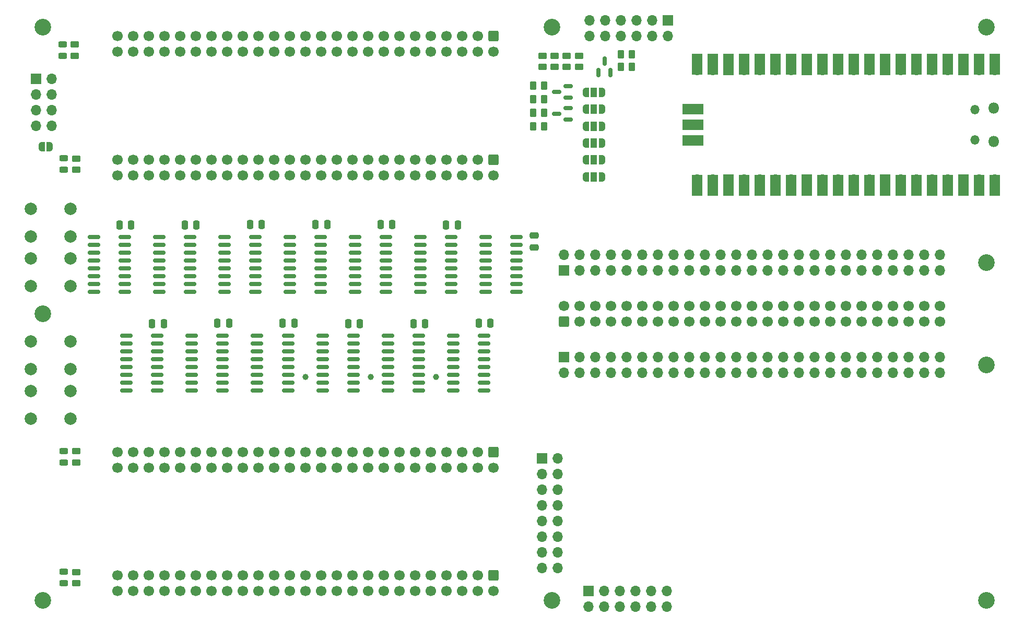
<source format=gts>
G04 #@! TF.GenerationSoftware,KiCad,Pcbnew,(6.0.5-0)*
G04 #@! TF.CreationDate,2022-12-16T22:27:12-06:00*
G04 #@! TF.ProjectId,scsi_switcher,73637369-5f73-4776-9974-636865722e6b,rev?*
G04 #@! TF.SameCoordinates,Original*
G04 #@! TF.FileFunction,Soldermask,Top*
G04 #@! TF.FilePolarity,Negative*
%FSLAX46Y46*%
G04 Gerber Fmt 4.6, Leading zero omitted, Abs format (unit mm)*
G04 Created by KiCad (PCBNEW (6.0.5-0)) date 2022-12-16 22:27:12*
%MOMM*%
%LPD*%
G01*
G04 APERTURE LIST*
G04 Aperture macros list*
%AMRoundRect*
0 Rectangle with rounded corners*
0 $1 Rounding radius*
0 $2 $3 $4 $5 $6 $7 $8 $9 X,Y pos of 4 corners*
0 Add a 4 corners polygon primitive as box body*
4,1,4,$2,$3,$4,$5,$6,$7,$8,$9,$2,$3,0*
0 Add four circle primitives for the rounded corners*
1,1,$1+$1,$2,$3*
1,1,$1+$1,$4,$5*
1,1,$1+$1,$6,$7*
1,1,$1+$1,$8,$9*
0 Add four rect primitives between the rounded corners*
20,1,$1+$1,$2,$3,$4,$5,0*
20,1,$1+$1,$4,$5,$6,$7,0*
20,1,$1+$1,$6,$7,$8,$9,0*
20,1,$1+$1,$8,$9,$2,$3,0*%
%AMFreePoly0*
4,1,22,0.550000,-0.750000,0.000000,-0.750000,0.000000,-0.745033,-0.079941,-0.743568,-0.215256,-0.701293,-0.333266,-0.622738,-0.424486,-0.514219,-0.481581,-0.384460,-0.499164,-0.250000,-0.500000,-0.250000,-0.500000,0.250000,-0.499164,0.250000,-0.499963,0.256109,-0.478152,0.396186,-0.417904,0.524511,-0.324060,0.630769,-0.204165,0.706417,-0.067858,0.745374,0.000000,0.744959,0.000000,0.750000,
0.550000,0.750000,0.550000,-0.750000,0.550000,-0.750000,$1*%
%AMFreePoly1*
4,1,20,0.000000,0.744959,0.073905,0.744508,0.209726,0.703889,0.328688,0.626782,0.421226,0.519385,0.479903,0.390333,0.500000,0.250000,0.500000,-0.250000,0.499851,-0.262216,0.476331,-0.402017,0.414519,-0.529596,0.319384,-0.634700,0.198574,-0.708877,0.061801,-0.746166,0.000000,-0.745033,0.000000,-0.750000,-0.550000,-0.750000,-0.550000,0.750000,0.000000,0.750000,0.000000,0.744959,
0.000000,0.744959,$1*%
%AMFreePoly2*
4,1,22,0.500000,-0.750000,0.000000,-0.750000,0.000000,-0.745033,-0.079941,-0.743568,-0.215256,-0.701293,-0.333266,-0.622738,-0.424486,-0.514219,-0.481581,-0.384460,-0.499164,-0.250000,-0.500000,-0.250000,-0.500000,0.250000,-0.499164,0.250000,-0.499963,0.256109,-0.478152,0.396186,-0.417904,0.524511,-0.324060,0.630769,-0.204165,0.706417,-0.067858,0.745374,0.000000,0.744959,0.000000,0.750000,
0.500000,0.750000,0.500000,-0.750000,0.500000,-0.750000,$1*%
%AMFreePoly3*
4,1,20,0.000000,0.744959,0.073905,0.744508,0.209726,0.703889,0.328688,0.626782,0.421226,0.519385,0.479903,0.390333,0.500000,0.250000,0.500000,-0.250000,0.499851,-0.262216,0.476331,-0.402017,0.414519,-0.529596,0.319384,-0.634700,0.198574,-0.708877,0.061801,-0.746166,0.000000,-0.745033,0.000000,-0.750000,-0.500000,-0.750000,-0.500000,0.750000,0.000000,0.750000,0.000000,0.744959,
0.000000,0.744959,$1*%
G04 Aperture macros list end*
%ADD10C,1.000000*%
%ADD11RoundRect,0.250000X-0.262500X-0.450000X0.262500X-0.450000X0.262500X0.450000X-0.262500X0.450000X0*%
%ADD12RoundRect,0.250000X0.262500X0.450000X-0.262500X0.450000X-0.262500X-0.450000X0.262500X-0.450000X0*%
%ADD13RoundRect,0.150000X0.587500X0.150000X-0.587500X0.150000X-0.587500X-0.150000X0.587500X-0.150000X0*%
%ADD14RoundRect,0.150000X0.150000X-0.587500X0.150000X0.587500X-0.150000X0.587500X-0.150000X-0.587500X0*%
%ADD15RoundRect,0.150000X-0.850000X-0.150000X0.850000X-0.150000X0.850000X0.150000X-0.850000X0.150000X0*%
%ADD16C,2.000000*%
%ADD17RoundRect,0.250000X0.250000X0.475000X-0.250000X0.475000X-0.250000X-0.475000X0.250000X-0.475000X0*%
%ADD18R,1.700000X1.700000*%
%ADD19O,1.700000X1.700000*%
%ADD20RoundRect,0.250000X0.450000X-0.262500X0.450000X0.262500X-0.450000X0.262500X-0.450000X-0.262500X0*%
%ADD21FreePoly0,180.000000*%
%ADD22R,1.000000X1.500000*%
%ADD23FreePoly1,180.000000*%
%ADD24C,2.700000*%
%ADD25RoundRect,0.250000X-0.600000X0.600000X-0.600000X-0.600000X0.600000X-0.600000X0.600000X0.600000X0*%
%ADD26C,1.700000*%
%ADD27RoundRect,0.250000X-0.450000X0.262500X-0.450000X-0.262500X0.450000X-0.262500X0.450000X0.262500X0*%
%ADD28RoundRect,0.250000X0.600000X-0.600000X0.600000X0.600000X-0.600000X0.600000X-0.600000X-0.600000X0*%
%ADD29RoundRect,0.243750X0.456250X-0.243750X0.456250X0.243750X-0.456250X0.243750X-0.456250X-0.243750X0*%
%ADD30RoundRect,0.250000X-0.475000X0.250000X-0.475000X-0.250000X0.475000X-0.250000X0.475000X0.250000X0*%
%ADD31R,1.700000X3.500000*%
%ADD32O,1.800000X1.800000*%
%ADD33O,1.500000X1.500000*%
%ADD34R,3.500000X1.700000*%
%ADD35FreePoly2,180.000000*%
%ADD36FreePoly3,180.000000*%
G04 APERTURE END LIST*
D10*
X66039998Y-80264000D03*
X87226665Y-80264000D03*
X76633331Y-80264000D03*
D11*
X104798500Y-35221333D03*
X102973500Y-35221333D03*
D12*
X119022500Y-27940000D03*
X117197500Y-27940000D03*
D11*
X104798500Y-37422666D03*
X102973500Y-37422666D03*
X104798500Y-33020000D03*
X102973500Y-33020000D03*
D12*
X117197500Y-29972000D03*
X119022500Y-29972000D03*
D11*
X104798500Y-39624000D03*
X102973500Y-39624000D03*
D13*
X106758500Y-34036000D03*
X108633500Y-33086000D03*
X108633500Y-34986000D03*
D14*
X114554000Y-29034500D03*
X115504000Y-30909500D03*
X113604000Y-30909500D03*
D13*
X106758500Y-37592000D03*
X108633500Y-36642000D03*
X108633500Y-38542000D03*
D15*
X31760000Y-57555000D03*
X31760000Y-58825000D03*
X31760000Y-60095000D03*
X31760000Y-61365000D03*
X31760000Y-62635000D03*
X31760000Y-63905000D03*
X31760000Y-65175000D03*
X31760000Y-66445000D03*
X36760000Y-66445000D03*
X36760000Y-65175000D03*
X36760000Y-63905000D03*
X36760000Y-62635000D03*
X36760000Y-61365000D03*
X36760000Y-60095000D03*
X36760000Y-58825000D03*
X36760000Y-57555000D03*
X37056666Y-73555000D03*
X37056666Y-74825000D03*
X37056666Y-76095000D03*
X37056666Y-77365000D03*
X37056666Y-78635000D03*
X37056666Y-79905000D03*
X37056666Y-81175000D03*
X37056666Y-82445000D03*
X42056666Y-82445000D03*
X42056666Y-81175000D03*
X42056666Y-79905000D03*
X42056666Y-78635000D03*
X42056666Y-77365000D03*
X42056666Y-76095000D03*
X42056666Y-74825000D03*
X42056666Y-73555000D03*
X42353332Y-57555000D03*
X42353332Y-58825000D03*
X42353332Y-60095000D03*
X42353332Y-61365000D03*
X42353332Y-62635000D03*
X42353332Y-63905000D03*
X42353332Y-65175000D03*
X42353332Y-66445000D03*
X47353332Y-66445000D03*
X47353332Y-65175000D03*
X47353332Y-63905000D03*
X47353332Y-62635000D03*
X47353332Y-61365000D03*
X47353332Y-60095000D03*
X47353332Y-58825000D03*
X47353332Y-57555000D03*
X47649999Y-73555000D03*
X47649999Y-74825000D03*
X47649999Y-76095000D03*
X47649999Y-77365000D03*
X47649999Y-78635000D03*
X47649999Y-79905000D03*
X47649999Y-81175000D03*
X47649999Y-82445000D03*
X52649999Y-82445000D03*
X52649999Y-81175000D03*
X52649999Y-79905000D03*
X52649999Y-78635000D03*
X52649999Y-77365000D03*
X52649999Y-76095000D03*
X52649999Y-74825000D03*
X52649999Y-73555000D03*
X52946666Y-57555000D03*
X52946666Y-58825000D03*
X52946666Y-60095000D03*
X52946666Y-61365000D03*
X52946666Y-62635000D03*
X52946666Y-63905000D03*
X52946666Y-65175000D03*
X52946666Y-66445000D03*
X57946666Y-66445000D03*
X57946666Y-65175000D03*
X57946666Y-63905000D03*
X57946666Y-62635000D03*
X57946666Y-61365000D03*
X57946666Y-60095000D03*
X57946666Y-58825000D03*
X57946666Y-57555000D03*
X58243332Y-73555000D03*
X58243332Y-74825000D03*
X58243332Y-76095000D03*
X58243332Y-77365000D03*
X58243332Y-78635000D03*
X58243332Y-79905000D03*
X58243332Y-81175000D03*
X58243332Y-82445000D03*
X63243332Y-82445000D03*
X63243332Y-81175000D03*
X63243332Y-79905000D03*
X63243332Y-78635000D03*
X63243332Y-77365000D03*
X63243332Y-76095000D03*
X63243332Y-74825000D03*
X63243332Y-73555000D03*
X63539999Y-57555000D03*
X63539999Y-58825000D03*
X63539999Y-60095000D03*
X63539999Y-61365000D03*
X63539999Y-62635000D03*
X63539999Y-63905000D03*
X63539999Y-65175000D03*
X63539999Y-66445000D03*
X68539999Y-66445000D03*
X68539999Y-65175000D03*
X68539999Y-63905000D03*
X68539999Y-62635000D03*
X68539999Y-61365000D03*
X68539999Y-60095000D03*
X68539999Y-58825000D03*
X68539999Y-57555000D03*
X68836665Y-73555000D03*
X68836665Y-74825000D03*
X68836665Y-76095000D03*
X68836665Y-77365000D03*
X68836665Y-78635000D03*
X68836665Y-79905000D03*
X68836665Y-81175000D03*
X68836665Y-82445000D03*
X73836665Y-82445000D03*
X73836665Y-81175000D03*
X73836665Y-79905000D03*
X73836665Y-78635000D03*
X73836665Y-77365000D03*
X73836665Y-76095000D03*
X73836665Y-74825000D03*
X73836665Y-73555000D03*
X74133332Y-57555000D03*
X74133332Y-58825000D03*
X74133332Y-60095000D03*
X74133332Y-61365000D03*
X74133332Y-62635000D03*
X74133332Y-63905000D03*
X74133332Y-65175000D03*
X74133332Y-66445000D03*
X79133332Y-66445000D03*
X79133332Y-65175000D03*
X79133332Y-63905000D03*
X79133332Y-62635000D03*
X79133332Y-61365000D03*
X79133332Y-60095000D03*
X79133332Y-58825000D03*
X79133332Y-57555000D03*
X79429998Y-73555000D03*
X79429998Y-74825000D03*
X79429998Y-76095000D03*
X79429998Y-77365000D03*
X79429998Y-78635000D03*
X79429998Y-79905000D03*
X79429998Y-81175000D03*
X79429998Y-82445000D03*
X84429998Y-82445000D03*
X84429998Y-81175000D03*
X84429998Y-79905000D03*
X84429998Y-78635000D03*
X84429998Y-77365000D03*
X84429998Y-76095000D03*
X84429998Y-74825000D03*
X84429998Y-73555000D03*
X84726665Y-57555000D03*
X84726665Y-58825000D03*
X84726665Y-60095000D03*
X84726665Y-61365000D03*
X84726665Y-62635000D03*
X84726665Y-63905000D03*
X84726665Y-65175000D03*
X84726665Y-66445000D03*
X89726665Y-66445000D03*
X89726665Y-65175000D03*
X89726665Y-63905000D03*
X89726665Y-62635000D03*
X89726665Y-61365000D03*
X89726665Y-60095000D03*
X89726665Y-58825000D03*
X89726665Y-57555000D03*
X90023332Y-73555000D03*
X90023332Y-74825000D03*
X90023332Y-76095000D03*
X90023332Y-77365000D03*
X90023332Y-78635000D03*
X90023332Y-79905000D03*
X90023332Y-81175000D03*
X90023332Y-82445000D03*
X95023332Y-82445000D03*
X95023332Y-81175000D03*
X95023332Y-79905000D03*
X95023332Y-78635000D03*
X95023332Y-77365000D03*
X95023332Y-76095000D03*
X95023332Y-74825000D03*
X95023332Y-73555000D03*
X95319999Y-57555000D03*
X95319999Y-58825000D03*
X95319999Y-60095000D03*
X95319999Y-61365000D03*
X95319999Y-62635000D03*
X95319999Y-63905000D03*
X95319999Y-65175000D03*
X95319999Y-66445000D03*
X100319999Y-66445000D03*
X100319999Y-65175000D03*
X100319999Y-63905000D03*
X100319999Y-62635000D03*
X100319999Y-61365000D03*
X100319999Y-60095000D03*
X100319999Y-58825000D03*
X100319999Y-57555000D03*
D16*
X28000000Y-82500000D03*
X21500000Y-82500000D03*
X28000000Y-87000000D03*
X21500000Y-87000000D03*
D17*
X96060000Y-71560000D03*
X94160000Y-71560000D03*
D18*
X104389000Y-93487000D03*
D19*
X106929000Y-93487000D03*
X104389000Y-96027000D03*
X106929000Y-96027000D03*
X104389000Y-98567000D03*
X106929000Y-98567000D03*
X104389000Y-101107000D03*
X106929000Y-101107000D03*
X104389000Y-103647000D03*
X106929000Y-103647000D03*
X104389000Y-106187000D03*
X106929000Y-106187000D03*
X104389000Y-108727000D03*
X106929000Y-108727000D03*
X104389000Y-111267000D03*
X106929000Y-111267000D03*
D20*
X28670000Y-28189000D03*
X28670000Y-26364000D03*
D17*
X85480000Y-71610000D03*
X83580000Y-71610000D03*
X43120000Y-71580000D03*
X41220000Y-71580000D03*
D21*
X114150000Y-47814500D03*
D22*
X112850000Y-47814500D03*
D23*
X111550000Y-47814500D03*
D24*
X106000000Y-116500000D03*
X176500000Y-116500000D03*
D21*
X114150000Y-42332700D03*
D22*
X112850000Y-42332700D03*
D23*
X111550000Y-42332700D03*
D21*
X114150000Y-36850900D03*
D22*
X112850000Y-36850900D03*
D23*
X111550000Y-36850900D03*
D25*
X96520000Y-45000000D03*
D26*
X96520000Y-47540000D03*
X93980000Y-45000000D03*
X93980000Y-47540000D03*
X91440000Y-45000000D03*
X91440000Y-47540000D03*
X88900000Y-45000000D03*
X88900000Y-47540000D03*
X86360000Y-45000000D03*
X86360000Y-47540000D03*
X83820000Y-45000000D03*
X83820000Y-47540000D03*
X81280000Y-45000000D03*
X81280000Y-47540000D03*
X78740000Y-45000000D03*
X78740000Y-47540000D03*
X76200000Y-45000000D03*
X76200000Y-47540000D03*
X73660000Y-45000000D03*
X73660000Y-47540000D03*
X71120000Y-45000000D03*
X71120000Y-47540000D03*
X68580000Y-45000000D03*
X68580000Y-47540000D03*
X66040000Y-45000000D03*
X66040000Y-47540000D03*
X63500000Y-45000000D03*
X63500000Y-47540000D03*
X60960000Y-45000000D03*
X60960000Y-47540000D03*
X58420000Y-45000000D03*
X58420000Y-47540000D03*
X55880000Y-45000000D03*
X55880000Y-47540000D03*
X53340000Y-45000000D03*
X53340000Y-47540000D03*
X50800000Y-45000000D03*
X50800000Y-47540000D03*
X48260000Y-45000000D03*
X48260000Y-47540000D03*
X45720000Y-45000000D03*
X45720000Y-47540000D03*
X43180000Y-45000000D03*
X43180000Y-47540000D03*
X40640000Y-45000000D03*
X40640000Y-47540000D03*
X38100000Y-45000000D03*
X38100000Y-47540000D03*
X35560000Y-45000000D03*
X35560000Y-47540000D03*
D27*
X110410000Y-28157500D03*
X110410000Y-29982500D03*
D28*
X108000000Y-71270000D03*
D26*
X108000000Y-68730000D03*
X110540000Y-71270000D03*
X110540000Y-68730000D03*
X113080000Y-71270000D03*
X113080000Y-68730000D03*
X115620000Y-71270000D03*
X115620000Y-68730000D03*
X118160000Y-71270000D03*
X118160000Y-68730000D03*
X120700000Y-71270000D03*
X120700000Y-68730000D03*
X123240000Y-71270000D03*
X123240000Y-68730000D03*
X125780000Y-71270000D03*
X125780000Y-68730000D03*
X128320000Y-71270000D03*
X128320000Y-68730000D03*
X130860000Y-71270000D03*
X130860000Y-68730000D03*
X133400000Y-71270000D03*
X133400000Y-68730000D03*
X135940000Y-71270000D03*
X135940000Y-68730000D03*
X138480000Y-71270000D03*
X138480000Y-68730000D03*
X141020000Y-71270000D03*
X141020000Y-68730000D03*
X143560000Y-71270000D03*
X143560000Y-68730000D03*
X146100000Y-71270000D03*
X146100000Y-68730000D03*
X148640000Y-71270000D03*
X148640000Y-68730000D03*
X151180000Y-71270000D03*
X151180000Y-68730000D03*
X153720000Y-71270000D03*
X153720000Y-68730000D03*
X156260000Y-71270000D03*
X156260000Y-68730000D03*
X158800000Y-71270000D03*
X158800000Y-68730000D03*
X161340000Y-71270000D03*
X161340000Y-68730000D03*
X163880000Y-71270000D03*
X163880000Y-68730000D03*
X166420000Y-71270000D03*
X166420000Y-68730000D03*
X168960000Y-71270000D03*
X168960000Y-68730000D03*
D25*
X96520000Y-25000000D03*
D26*
X96520000Y-27540000D03*
X93980000Y-25000000D03*
X93980000Y-27540000D03*
X91440000Y-25000000D03*
X91440000Y-27540000D03*
X88900000Y-25000000D03*
X88900000Y-27540000D03*
X86360000Y-25000000D03*
X86360000Y-27540000D03*
X83820000Y-25000000D03*
X83820000Y-27540000D03*
X81280000Y-25000000D03*
X81280000Y-27540000D03*
X78740000Y-25000000D03*
X78740000Y-27540000D03*
X76200000Y-25000000D03*
X76200000Y-27540000D03*
X73660000Y-25000000D03*
X73660000Y-27540000D03*
X71120000Y-25000000D03*
X71120000Y-27540000D03*
X68580000Y-25000000D03*
X68580000Y-27540000D03*
X66040000Y-25000000D03*
X66040000Y-27540000D03*
X63500000Y-25000000D03*
X63500000Y-27540000D03*
X60960000Y-25000000D03*
X60960000Y-27540000D03*
X58420000Y-25000000D03*
X58420000Y-27540000D03*
X55880000Y-25000000D03*
X55880000Y-27540000D03*
X53340000Y-25000000D03*
X53340000Y-27540000D03*
X50800000Y-25000000D03*
X50800000Y-27540000D03*
X48260000Y-25000000D03*
X48260000Y-27540000D03*
X45720000Y-25000000D03*
X45720000Y-27540000D03*
X43180000Y-25000000D03*
X43180000Y-27540000D03*
X40640000Y-25000000D03*
X40640000Y-27540000D03*
X38100000Y-25000000D03*
X38100000Y-27540000D03*
X35560000Y-25000000D03*
X35560000Y-27540000D03*
D17*
X37810000Y-55610000D03*
X35910000Y-55610000D03*
D20*
X28900000Y-113710000D03*
X28900000Y-111885000D03*
X28900000Y-46665000D03*
X28900000Y-44840000D03*
D27*
X108443332Y-28157500D03*
X108443332Y-29982500D03*
D17*
X64290000Y-71570000D03*
X62390000Y-71570000D03*
D24*
X23500000Y-23500000D03*
D29*
X26900000Y-94130000D03*
X26900000Y-92255000D03*
X26670000Y-28194000D03*
X26670000Y-26319000D03*
D17*
X59000000Y-55570000D03*
X57100000Y-55570000D03*
D30*
X103120000Y-57340000D03*
X103120000Y-59240000D03*
D21*
X114150000Y-45073600D03*
D22*
X112850000Y-45073600D03*
D23*
X111550000Y-45073600D03*
D17*
X74890000Y-71600000D03*
X72990000Y-71600000D03*
D19*
X177800000Y-30480000D03*
X175260000Y-30480000D03*
D18*
X172720000Y-30480000D03*
D19*
X170180000Y-30480000D03*
X167640000Y-30480000D03*
X165100000Y-30480000D03*
X162560000Y-30480000D03*
D18*
X160020000Y-30480000D03*
D19*
X157480000Y-30480000D03*
X154940000Y-30480000D03*
X152400000Y-30480000D03*
X149860000Y-30480000D03*
D18*
X147320000Y-30480000D03*
D19*
X144780000Y-30480000D03*
X142240000Y-30480000D03*
X139700000Y-30480000D03*
X137160000Y-30480000D03*
D18*
X134620000Y-30480000D03*
D19*
X132080000Y-30480000D03*
X129540000Y-30480000D03*
X129540000Y-48260000D03*
X132080000Y-48260000D03*
D18*
X134620000Y-48260000D03*
D19*
X137160000Y-48260000D03*
X139700000Y-48260000D03*
X142240000Y-48260000D03*
X144780000Y-48260000D03*
D18*
X147320000Y-48260000D03*
D19*
X149860000Y-48260000D03*
X152400000Y-48260000D03*
X154940000Y-48260000D03*
X157480000Y-48260000D03*
D18*
X160020000Y-48260000D03*
D19*
X162560000Y-48260000D03*
X165100000Y-48260000D03*
X167640000Y-48260000D03*
X170180000Y-48260000D03*
D18*
X172720000Y-48260000D03*
D19*
X175260000Y-48260000D03*
X177800000Y-48260000D03*
D31*
X177800000Y-29580000D03*
X175260000Y-29580000D03*
X172720000Y-29580000D03*
X170180000Y-29580000D03*
X167640000Y-29580000D03*
X165100000Y-29580000D03*
X162560000Y-29580000D03*
X160020000Y-29580000D03*
X157480000Y-29580000D03*
X154940000Y-29580000D03*
X152400000Y-29580000D03*
X149860000Y-29580000D03*
X147320000Y-29580000D03*
X144780000Y-29580000D03*
X142240000Y-29580000D03*
X139700000Y-29580000D03*
X137160000Y-29580000D03*
X134620000Y-29580000D03*
X132080000Y-29580000D03*
X129540000Y-29580000D03*
X177800000Y-49160000D03*
X175260000Y-49160000D03*
X172720000Y-49160000D03*
X170180000Y-49160000D03*
X167640000Y-49160000D03*
X165100000Y-49160000D03*
X162560000Y-49160000D03*
X160020000Y-49160000D03*
X157480000Y-49160000D03*
X154940000Y-49160000D03*
X152400000Y-49160000D03*
X149860000Y-49160000D03*
X147320000Y-49160000D03*
X144780000Y-49160000D03*
X142240000Y-49160000D03*
X139700000Y-49160000D03*
X137160000Y-49160000D03*
X134620000Y-49160000D03*
X132080000Y-49160000D03*
X129540000Y-49160000D03*
D32*
X177670000Y-36645000D03*
X177670000Y-42095000D03*
D33*
X174640000Y-36945000D03*
X174640000Y-41795000D03*
D34*
X128870000Y-36830000D03*
D19*
X129770000Y-36830000D03*
D34*
X128870000Y-39370000D03*
D18*
X129770000Y-39370000D03*
D34*
X128870000Y-41910000D03*
D19*
X129770000Y-41910000D03*
D17*
X48390000Y-55580000D03*
X46490000Y-55580000D03*
X90770000Y-55580000D03*
X88870000Y-55580000D03*
D24*
X106000000Y-23500000D03*
X23500000Y-116500000D03*
D16*
X28000000Y-53000000D03*
X21500000Y-53000000D03*
X28000000Y-57500000D03*
X21500000Y-57500000D03*
X28000000Y-61000000D03*
X21500000Y-61000000D03*
X28000000Y-65500000D03*
X21500000Y-65500000D03*
D24*
X176500000Y-78275000D03*
D25*
X96520000Y-112460000D03*
D26*
X96520000Y-115000000D03*
X93980000Y-112460000D03*
X93980000Y-115000000D03*
X91440000Y-112460000D03*
X91440000Y-115000000D03*
X88900000Y-112460000D03*
X88900000Y-115000000D03*
X86360000Y-112460000D03*
X86360000Y-115000000D03*
X83820000Y-112460000D03*
X83820000Y-115000000D03*
X81280000Y-112460000D03*
X81280000Y-115000000D03*
X78740000Y-112460000D03*
X78740000Y-115000000D03*
X76200000Y-112460000D03*
X76200000Y-115000000D03*
X73660000Y-112460000D03*
X73660000Y-115000000D03*
X71120000Y-112460000D03*
X71120000Y-115000000D03*
X68580000Y-112460000D03*
X68580000Y-115000000D03*
X66040000Y-112460000D03*
X66040000Y-115000000D03*
X63500000Y-112460000D03*
X63500000Y-115000000D03*
X60960000Y-112460000D03*
X60960000Y-115000000D03*
X58420000Y-112460000D03*
X58420000Y-115000000D03*
X55880000Y-112460000D03*
X55880000Y-115000000D03*
X53340000Y-112460000D03*
X53340000Y-115000000D03*
X50800000Y-112460000D03*
X50800000Y-115000000D03*
X48260000Y-112460000D03*
X48260000Y-115000000D03*
X45720000Y-112460000D03*
X45720000Y-115000000D03*
X43180000Y-112460000D03*
X43180000Y-115000000D03*
X40640000Y-112460000D03*
X40640000Y-115000000D03*
X38100000Y-112460000D03*
X38100000Y-115000000D03*
X35560000Y-112460000D03*
X35560000Y-115000000D03*
D20*
X28900000Y-94125000D03*
X28900000Y-92300000D03*
D16*
X28000000Y-74500000D03*
X21500000Y-74500000D03*
X28000000Y-79000000D03*
X21500000Y-79000000D03*
D18*
X22425000Y-31952500D03*
D19*
X24965000Y-31952500D03*
X22425000Y-34492500D03*
X24965000Y-34492500D03*
X22425000Y-37032500D03*
X24965000Y-37032500D03*
X22425000Y-39572500D03*
X24965000Y-39572500D03*
D24*
X176500000Y-23500000D03*
D25*
X96520000Y-92460000D03*
D26*
X96520000Y-95000000D03*
X93980000Y-92460000D03*
X93980000Y-95000000D03*
X91440000Y-92460000D03*
X91440000Y-95000000D03*
X88900000Y-92460000D03*
X88900000Y-95000000D03*
X86360000Y-92460000D03*
X86360000Y-95000000D03*
X83820000Y-92460000D03*
X83820000Y-95000000D03*
X81280000Y-92460000D03*
X81280000Y-95000000D03*
X78740000Y-92460000D03*
X78740000Y-95000000D03*
X76200000Y-92460000D03*
X76200000Y-95000000D03*
X73660000Y-92460000D03*
X73660000Y-95000000D03*
X71120000Y-92460000D03*
X71120000Y-95000000D03*
X68580000Y-92460000D03*
X68580000Y-95000000D03*
X66040000Y-92460000D03*
X66040000Y-95000000D03*
X63500000Y-92460000D03*
X63500000Y-95000000D03*
X60960000Y-92460000D03*
X60960000Y-95000000D03*
X58420000Y-92460000D03*
X58420000Y-95000000D03*
X55880000Y-92460000D03*
X55880000Y-95000000D03*
X53340000Y-92460000D03*
X53340000Y-95000000D03*
X50800000Y-92460000D03*
X50800000Y-95000000D03*
X48260000Y-92460000D03*
X48260000Y-95000000D03*
X45720000Y-92460000D03*
X45720000Y-95000000D03*
X43180000Y-92460000D03*
X43180000Y-95000000D03*
X40640000Y-92460000D03*
X40640000Y-95000000D03*
X38100000Y-92460000D03*
X38100000Y-95000000D03*
X35560000Y-92460000D03*
X35560000Y-95000000D03*
D21*
X114150000Y-34110000D03*
D22*
X112850000Y-34110000D03*
D23*
X111550000Y-34110000D03*
D27*
X106476666Y-28157500D03*
X106476666Y-29982500D03*
D35*
X24600000Y-42926000D03*
D36*
X23300000Y-42926000D03*
D21*
X114150000Y-39591800D03*
D22*
X112850000Y-39591800D03*
D23*
X111550000Y-39591800D03*
D29*
X26900000Y-113715000D03*
X26900000Y-111840000D03*
X26900000Y-46670000D03*
X26900000Y-44795000D03*
D24*
X23500000Y-70000000D03*
D17*
X69590000Y-55560000D03*
X67690000Y-55560000D03*
D24*
X176500000Y-61725000D03*
D27*
X104510000Y-28157500D03*
X104510000Y-29982500D03*
D17*
X53680000Y-71540000D03*
X51780000Y-71540000D03*
X80170000Y-55570000D03*
X78270000Y-55570000D03*
D18*
X108000000Y-77000000D03*
D19*
X108000000Y-79540000D03*
X110540000Y-77000000D03*
X110540000Y-79540000D03*
X113080000Y-77000000D03*
X113080000Y-79540000D03*
X115620000Y-77000000D03*
X115620000Y-79540000D03*
X118160000Y-77000000D03*
X118160000Y-79540000D03*
X120700000Y-77000000D03*
X120700000Y-79540000D03*
X123240000Y-77000000D03*
X123240000Y-79540000D03*
X125780000Y-77000000D03*
X125780000Y-79540000D03*
X128320000Y-77000000D03*
X128320000Y-79540000D03*
X130860000Y-77000000D03*
X130860000Y-79540000D03*
X133400000Y-77000000D03*
X133400000Y-79540000D03*
X135940000Y-77000000D03*
X135940000Y-79540000D03*
X138480000Y-77000000D03*
X138480000Y-79540000D03*
X141020000Y-77000000D03*
X141020000Y-79540000D03*
X143560000Y-77000000D03*
X143560000Y-79540000D03*
X146100000Y-77000000D03*
X146100000Y-79540000D03*
X148640000Y-77000000D03*
X148640000Y-79540000D03*
X151180000Y-77000000D03*
X151180000Y-79540000D03*
X153720000Y-77000000D03*
X153720000Y-79540000D03*
X156260000Y-77000000D03*
X156260000Y-79540000D03*
X158800000Y-77000000D03*
X158800000Y-79540000D03*
X161340000Y-77000000D03*
X161340000Y-79540000D03*
X163880000Y-77000000D03*
X163880000Y-79540000D03*
X166420000Y-77000000D03*
X166420000Y-79540000D03*
X168960000Y-77000000D03*
X168960000Y-79540000D03*
D18*
X108000000Y-63000000D03*
D19*
X108000000Y-60460000D03*
X110540000Y-63000000D03*
X110540000Y-60460000D03*
X113080000Y-63000000D03*
X113080000Y-60460000D03*
X115620000Y-63000000D03*
X115620000Y-60460000D03*
X118160000Y-63000000D03*
X118160000Y-60460000D03*
X120700000Y-63000000D03*
X120700000Y-60460000D03*
X123240000Y-63000000D03*
X123240000Y-60460000D03*
X125780000Y-63000000D03*
X125780000Y-60460000D03*
X128320000Y-63000000D03*
X128320000Y-60460000D03*
X130860000Y-63000000D03*
X130860000Y-60460000D03*
X133400000Y-63000000D03*
X133400000Y-60460000D03*
X135940000Y-63000000D03*
X135940000Y-60460000D03*
X138480000Y-63000000D03*
X138480000Y-60460000D03*
X141020000Y-63000000D03*
X141020000Y-60460000D03*
X143560000Y-63000000D03*
X143560000Y-60460000D03*
X146100000Y-63000000D03*
X146100000Y-60460000D03*
X148640000Y-63000000D03*
X148640000Y-60460000D03*
X151180000Y-63000000D03*
X151180000Y-60460000D03*
X153720000Y-63000000D03*
X153720000Y-60460000D03*
X156260000Y-63000000D03*
X156260000Y-60460000D03*
X158800000Y-63000000D03*
X158800000Y-60460000D03*
X161340000Y-63000000D03*
X161340000Y-60460000D03*
X163880000Y-63000000D03*
X163880000Y-60460000D03*
X166420000Y-63000000D03*
X166420000Y-60460000D03*
X168960000Y-63000000D03*
X168960000Y-60460000D03*
D18*
X112000000Y-115000000D03*
D19*
X112000000Y-117540000D03*
X114540000Y-115000000D03*
X114540000Y-117540000D03*
X117080000Y-115000000D03*
X117080000Y-117540000D03*
X119620000Y-115000000D03*
X119620000Y-117540000D03*
X122160000Y-115000000D03*
X122160000Y-117540000D03*
X124700000Y-115000000D03*
X124700000Y-117540000D03*
D18*
X124830000Y-22420000D03*
D19*
X124830000Y-24960000D03*
X122290000Y-22420000D03*
X122290000Y-24960000D03*
X119750000Y-22420000D03*
X119750000Y-24960000D03*
X117210000Y-22420000D03*
X117210000Y-24960000D03*
X114670000Y-22420000D03*
X114670000Y-24960000D03*
X112130000Y-22420000D03*
X112130000Y-24960000D03*
M02*

</source>
